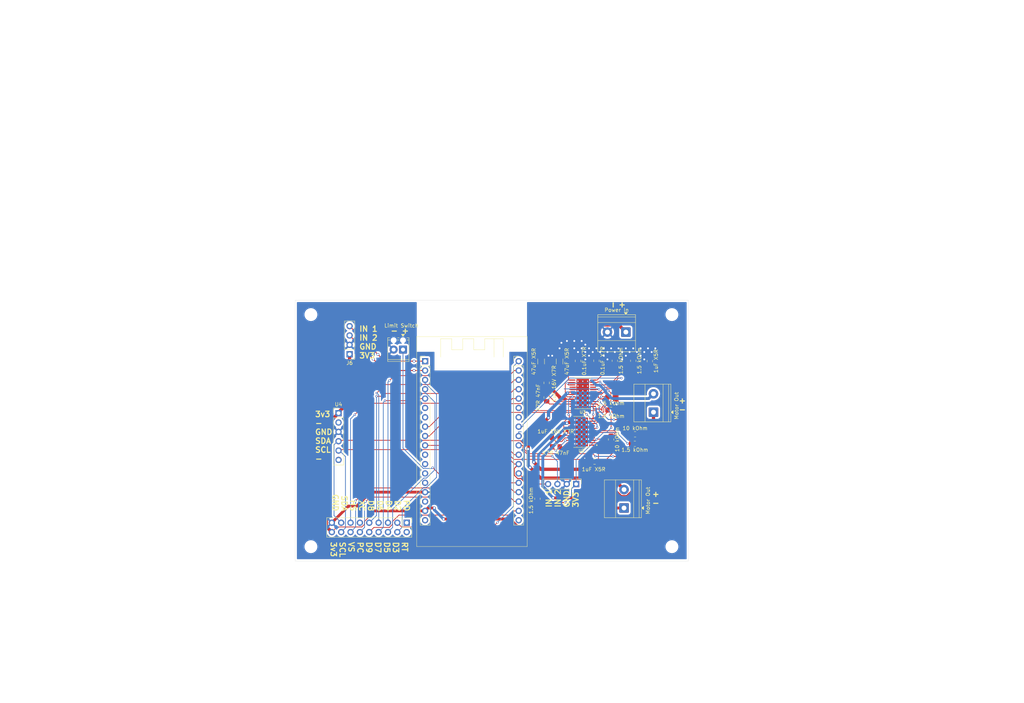
<source format=kicad_pcb>
(kicad_pcb (version 20241229) (generator "pcbnew") (generator_version "9.0")
  (layers (0 "F.Cu" signal) (2 "B.Cu" signal) (13 "F.Paste" user) (15 "B.Paste" user) (5 "F.SilkS" user "F.Silkscreen") (7 "B.SilkS" user "B.Silkscreen") (1 "F.Mask" user) (3 "B.Mask" user) (25 "Edge.Cuts" user))
  (net 0 "")
  (net 1 "Net-(U2-CPL)")
  (net 2 "Net-(U2-CPH)")
  (net 3 "Net-(U2-DVDD)")
  (net 4 "GND")
  (net 5 "Net-(J1-Pin_1)")
  (net 6 "Net-(U2-VCP)")
  (net 7 "Net-(U3-DVDD)")
  (net 8 "Net-(U3-CPL)")
  (net 9 "Net-(U3-CPH)")
  (net 10 "Net-(U3-VCP)")
  (net 11 "Net-(J2-Pin_2)")
  (net 12 "Net-(J2-Pin_1)")
  (net 13 "/HS")
  (net 14 "/D2")
  (net 15 "/PD")
  (net 16 "/SCL")
  (net 17 "/D9")
  (net 18 "/VS")
  (net 19 "/D4")
  (net 20 "/SDA")
  (net 21 "/D7")
  (net 22 "+3V3")
  (net 23 "/RT")
  (net 24 "/D5")
  (net 25 "/PC")
  (net 26 "/D6")
  (net 27 "/XC")
  (net 28 "/D8")
  (net 29 "/D3")
  (net 30 "Net-(J4-Pin_2)")
  (net 31 "Net-(J4-Pin_1)")
  (net 32 "Net-(J5-Pin_1)")
  (net 33 "Net-(J7-Pin_4)")
  (net 34 "Net-(J7-Pin_3)")
  (net 35 "Net-(J6-Pin_3)")
  (net 36 "Net-(J6-Pin_4)")
  (net 37 "Net-(U2-IPROPI1)")
  (net 38 "Net-(U2-IPROPI2)")
  (net 39 "Net-(U2-~{FAULT})")
  (net 40 "Net-(U3-IPROPI1)")
  (net 41 "Net-(U3-IPROPI2)")
  (net 42 "Net-(U3-~{FAULT})")
  (net 45 "Net-(U1-IO13)")
  (net 46 "Net-(U1-SCK{slash}IO18)")
  (net 47 "Net-(U1-IO5)")
  (net 52 "Net-(U1-IO2)")
  (net 55 "Net-(U1-MOSI{slash}IO23)")
  (footprint "Capacitor_SMD:C_0805_2012Metric_Pad1.18x1.45mm_HandSolder" (layer "F.Cu") (at 158 112.5375 -90)
    (property "Reference" "C8" (hide yes))
    (property "Value" "1uF 16V X7R")
  )
  (footprint "Resistor_SMD:R_0805_2012Metric_Pad1.20x1.40mm_HandSolder" (layer "F.Cu") (at 175.5 119.9)
    (property "Reference" "R1" (hide yes))
    (property "Value" "1.5 kOhm")
  )
  (footprint "Resistor_SMD:R_0805_2012Metric_Pad1.20x1.40mm_HandSolder" (layer "F.Cu") (at 175.5 116.4)
    (property "Reference" "R2" (hide yes))
    (property "Value" "1.5 kOhm")
  )
  (footprint "Capacitor_SMD:C_0805_2012Metric_Pad1.18x1.45mm_HandSolder" (layer "F.Cu") (at 160.4625 127.4 180)
    (property "Reference" "C3" (hide yes))
    (property "Value" "1uF 16V X7R")
  )
  (footprint "MountingHole:MountingHole_3mm" (layer "F.Cu") (at 192 94)
    (property "Reference" "H1" (hide yes))
    (property "Value" "MountingHole" (hide yes))
  )
  (footprint "Connector_PinHeader_2.54mm:PinHeader_1x06_P2.54mm_Vertical" (layer "F.Cu") (at 101.5 120.75)
    (property "Reference" "U4")
    (property "Value" "BNO055_IMU")
  )
  (footprint "Resistor_SMD:R_0805_2012Metric_Pad1.20x1.40mm_HandSolder" (layer "F.Cu") (at 182 126.5 180)
    (property "Reference" "R6" (hide yes))
    (property "Value" "10 kOhm")
  )
  (footprint "TerminalBlock_Phoenix:TerminalBlock_Phoenix_MKDS-1,5-2_1x02_P5.00mm_Horizontal" (layer "F.Cu") (at 187 120.5 90)
    (property "Reference" "J4" (hide yes))
    (property "Value" "Motor Out")
  )
  (footprint "Capacitor_SMD:C_0805_2012Metric_Pad1.18x1.45mm_HandSolder" (layer "F.Cu") (at 171.5 106.5375 90)
    (property "Reference" "C10" (hide yes))
    (property "Value" "0.1uF X7R")
  )
  (footprint "Capacitor_SMD:C_0805_2012Metric_Pad1.18x1.45mm_HandSolder" (layer "F.Cu") (at 166.5 106.575 90)
    (property "Reference" "C4" (hide yes))
    (property "Value" "0.1uF X7R")
  )
  (footprint "TerminalBlock_Phoenix:TerminalBlock_Phoenix_MKDS-1,5-2_1x02_P5.00mm_Horizontal" (layer "F.Cu") (at 179 146.5 90)
    (property "Reference" "J2" (hide yes))
    (property "Value" "Motor Out")
  )
  (footprint "Capacitor_SMD:C_1206_3216Metric_Pad1.33x1.80mm_HandSolder" (layer "F.Cu") (at 161.5 106.725 90)
    (property "Reference" "C9" (hide yes))
    (property "Value" "47uF X5R")
  )
  (footprint "Capacitor_SMD:C_0805_2012Metric_Pad1.18x1.45mm_HandSolder" (layer "F.Cu") (at 158 116.5 -90)
    (property "Reference" "C7" (hide yes))
    (property "Value" "X7R 47nF")
  )
  (footprint "Resistor_SMD:R_0805_2012Metric_Pad1.20x1.40mm_HandSolder" (layer "F.Cu") (at 175.5 127.9 90)
    (property "Reference" "R3" (hide yes))
    (property "Value" "10 kOhm")
  )
  (footprint "MountingHole:MountingHole_3mm" (layer "F.Cu") (at 94 157)
    (property "Reference" "H4" (hide yes))
    (property "Value" "MountingHole" (hide yes))
  )
  (footprint "Resistor_SMD:R_0805_2012Metric_Pad1.20x1.40mm_HandSolder" (layer "F.Cu") (at 181.9325 129.07)
    (property "Reference" "R7" (hide yes))
    (property "Value" "1.5 kOhm")
  )
  (footprint "Connector_PinHeader_2.54mm:PinHeader_2x09_P2.54mm_Vertical" (layer "F.Cu") (at 120 150.5 -90)
    (property "Reference" "J3" (hide yes))
    (property "Value" "Conn_02x09_OV5640Camera" (hide yes))
  )
  (footprint "Resistor_SMD:R_0805_2012Metric_Pad1.20x1.40mm_HandSolder" (layer "F.Cu") (at 176.5 106.5375 90)
    (property "Reference" "R5" (hide yes))
    (property "Value" "1.5 kOhm")
  )
  (footprint "Resistor_SMD:R_0805_2012Metric_Pad1.20x1.40mm_HandSolder" (layer "F.Cu") (at 181.5 106.5375 90)
    (property "Reference" "R4" (hide yes))
    (property "Value" "1.5 kOhm")
  )
  (footprint "TerminalBlock_Phoenix:TerminalBlock_Phoenix_MKDS-1,5-2_1x02_P5.00mm_Horizontal" (layer "F.Cu") (at 179.5 98.75 180)
    (property "Reference" "J1" (hide yes))
    (property "Value" "Power In")
  )
  (footprint "Capacitor_SMD:C_0805_2012Metric_Pad1.18x1.45mm_HandSolder" (layer "F.Cu") (at 186 106.625 90)
    (property "Reference" "C6" (hide yes))
    (property "Value" "1uF X5R")
  )
  (footprint "MountingHole:MountingHole_3mm" (layer "F.Cu") (at 94 94)
    (property "Reference" "H3" (hide yes))
    (property "Value" "MountingHole" (hide yes))
  )
  (footprint "MountingHole:MountingHole_3mm" (layer "F.Cu") (at 192 157)
    (property "Reference" "H2" (hide yes))
    (property "Value" "MountingHole" (hide yes))
  )
  (footprint "Capacitor_SMD:C_1206_3216Metric_Pad1.33x1.80mm_HandSolder" (layer "F.Cu") (at 156.5 106.725 90)
    (property "Reference" "C5" (hide yes))
    (property "Value" "47uF X5R")
  )
  (footprint "My_Footprint:IC_DRV8873SPWPRQ1" (layer "F.Cu") (at 167.5 125.85 180)
    (property "Reference" "U2")
    (property "Value" "DRV8873HPWPRQ1" (hide yes))
  )
  (footprint "My_Footprint:IC_DRV8873SPWPRQ1" (layer "F.Cu") (at 167.8 115.35 180)
    (property "Reference" "U3")
    (property "Value" "DRV8873HPWPRQ1" (hide yes))
  )
  (footprint "Connector_PinHeader_2.54mm:PinHeader_1x04_P2.54mm_Vertical" (layer "F.Cu") (at 104.5 104.75 180)
    (property "Reference" "J6")
    (property "Value" "Pan_Encoder" (hide yes))
  )
  (footprint "Resistor_SMD:R_0805_2012Metric_Pad1.20x1.40mm_HandSolder" (layer "F.Cu") (at 155.5 144 90)
    (property "Reference" "R8" (hide yes))
    (property "Value" "1.5 kOhm")
  )
  (footprint "TerminalBlock_Phoenix:TerminalBlock_Phoenix_MPT-0,5-2-2.54_1x02_P2.54mm_Horizontal" (layer "F.Cu") (at 119 103.5 180)
    (property "Reference" "J5" (hide yes))
    (property "Value" "Limit Switch")
  )
  (footprint "Capacitor_SMD:C_0805_2012Metric_Pad1.18x1.45mm_HandSolder" (layer "F.Cu") (at 171 133.9 180)
    (property "Reference" "C2" (hide yes))
    (property "Value" "1uF X5R")
  )
  (footprint "Connector_PinHeader_2.54mm:PinHeader_1x04_P2.54mm_Vertical" (layer "F.Cu") (at 166 140 -90)
    (property "Reference" "J7" (hide yes))
    (property "Value" "Tilt_Encoder" (hide yes))
  )
  (footprint "Capacitor_SMD:C_0805_2012Metric_Pad1.18x1.45mm_HandSolder" (layer "F.Cu") (at 160.5 129.9)
    (property "Reference" "C1" (hide yes))
    (property "Value" "X7R 47nF")
  )
  (footprint "footprints:FireBeetle-ESP32" (layer "F.Cu") (at 137.7 126.96)
    (property "Reference" "U1" (hide yes))
    (property "Value" "~" (hide yes))
  )
  (gr_rect (start 89.7 90.1) (end 196.5 160.9) (stroke (width 0.05)) (fill no) (layer "Edge.Cuts"))
  (gr_text "+\n-" (at 193.7 120.625 0) (layer "F.SilkS") (effects (font (size 1.5 1.5) (thickness 0.3) (bold yes)) (justify left bottom)))
  (gr_text "+\n-" (at 186.5 146 0) (layer "F.SilkS") (effects (font (size 1.5 1.5) (thickness 0.3) (bold yes)) (justify left bottom)))
  (gr_text "IN 1\nIN 2\nGND\n3V3" (at 166.75 146.5 90) (layer "F.SilkS") (effects (font (size 1.5 1.5) (thickness 0.3) (bold yes)) (justify left bottom)))
  (gr_text "PD\nD2\nD4\nD6\nD8\nXC\nHS\nSDA\nGND" (at 99.76 147.54 270) (layer "F.SilkS") (effects (font (size 1.5 1.5) (thickness 0.3) (bold yes)) (justify right bottom)))
  (gr_text "3v3\n-\nGND\nSDA\nSCL\n-" (at 95 134 0) (layer "F.SilkS") (effects (font (size 1.5 1.5) (thickness 0.3) (bold yes)) (justify left bottom)))
  (gr_text "- +" (at 115.5 99.25 0) (layer "F.SilkS") (effects (font (size 1.5 1.5) (thickness 0.3) (bold yes)) (justify left bottom)))
  (gr_text "-\n+" (at 179.25 92.5 90) (layer "F.SilkS") (effects (font (size 1.5 1.5) (thickness 0.3) (bold yes)) (justify left bottom)))
  (gr_text "IN 1\nIN 2\nGND\n3V3" (at 107 106 0) (layer "F.SilkS") (effects (font (size 1.5 1.5) (thickness 0.3) (bold yes)) (justify left bottom)))
  (gr_text "RT\nD3\nD5\nD7\nD9\nPC\nVS\nSCL\n3v3" (at 99.26 155.54 270) (layer "F.SilkS") (effects (font (size 1.5 1.5) (thickness 0.3) (bold yes)) (justify left bottom)))
  (segment (start 162.473 129.9) (end 161.538 129.9) (width 0.2) (layer "F.Cu") (net 1))
  (segment (start 161.5375 129.9) (end 161.538 129.9) (width 0.2) (layer "F.Cu") (net 1))
  (segment (start 164.7 128.775) (end 163.598 128.775) (width 0.2) (layer "F.Cu") (net 1))
  (segment (start 163.598 128.775) (end 162.473 129.9) (width 0.2) (layer "F.Cu") (net 1))
  (segment (start 163.598 128.125) (end 163.541 128.183) (width 0.2) (layer "F.Cu") (net 2))
  (segment (start 159.8065 130.2445) (end 160.465 130.903) (width 0.2) (layer "F.Cu") (net 2))
  (segment (start 159.8065 130.2445) (end 159.4625 129.9005) (width 0.2) (layer "F.Cu") (net 2))
  (segment (start 159.4625 129.9005) (end 159.4625 129.9) (width 0.2) (layer "F.Cu") (net 2))
  (segment (start 164.7 128.125) (end 163.598 128.125) (width 0.2) (layer "F.Cu") (net 2))
  (segment (start 160.465 130.903) (end 160.494 130.903) (width 0.2) (layer "F.Cu") (net 2))
  (segment (start 159.462 129.9) (end 159.8065 130.2445) (width 0.2) (layer "F.Cu") (net 2))
  (segment (start 163.541 128.183) (end 163.126 128.183) (width 0.2) (layer "F.Cu") (net 2))
  (via (at 160.494 130.903) (size 0.6) (drill 0.3) (layers "F.Cu" "B.Cu") (net 2))
  (via (at 163.126 128.183) (size 0.6) (drill 0.3) (layers "F.Cu" "B.Cu") (net 2))
  (segment (start 163.126 128.271) (end 163.126 128.183) (width 0.2) (layer "B.Cu") (net 2))
  (segment (start 160.494 130.903) (end 163.126 128.271) (width 0.2) (layer "B.Cu") (net 2))
  (segment (start 171.402 129.425) (end 170.3 129.425) (width 0.2) (layer "F.Cu") (net 3))
  (segment (start 172.038 130.061) (end 171.402 129.425) (width 0.2) (layer "F.Cu") (net 3))
  (segment (start 172.038 133.9) (end 172.038 130.061) (width 0.2) (layer "F.Cu") (net 3))
  (segment (start 170.3 126.825) (end 170.3 126.175) (width 0.2) (layer "F.Cu") (net 3))
  (segment (start 171.594 125.983) (end 176.215 125.983) (width 0.2) (layer "F.Cu") (net 3))
  (segment (start 176.215 125.983) (end 176.512 126.28) (width 0.2) (layer "F.Cu") (net 3))
  (segment (start 175.951 130.061) (end 172.038 130.061) (width 0.2) (layer "F.Cu") (net 3))
  (segment (start 172.0375 133.9) (end 172.038 133.9) (width 0.2) (layer "F.Cu") (net 3))
  (segment (start 170.3 126.175) (end 171.402 126.175) (width 0.2) (layer "F.Cu") (net 3))
  (segment (start 176.512 126.28) (end 176.512 129.5) (width 0.2) (layer "F.Cu") (net 3))
  (segment (start 176.512 129.5) (end 175.951 130.061) (width 0.2) (layer "F.Cu") (net 3))
  (segment (start 171.402 126.175) (end 171.594 125.983) (width 0.2) (layer "F.Cu") (net 3))
  (segment (start 167.5 101.162) (end 168.5 102.162) (width 0.889) (layer "F.Cu") (net 4))
  (segment (start 161 105.162) (end 161.5 105.162) (width 0.2) (layer "F.Cu") (net 4))
  (segment (start 157 105.162) (end 156.5 105.162) (width 0.2) (layer "F.Cu") (net 4))
  (segment (start 166.175 114.375) (end 165 114.375) (width 0.2) (layer "F.Cu") (net 4))
  (segment (start 166.175 118.925) (end 165 118.925) (width 0.2) (layer "F.Cu") (net 4))
  (segment (start 156.5005 105.162) (end 156.5 105.1625) (width 0.2) (layer "F.Cu") (net 4))
  (segment (start 159.5 105.162) (end 160.5 105.162) (width 0.889) (layer "F.Cu") (net 4))
  (segment (start 157.5 105.162) (end 158.5 105.162) (width 0.889) (layer "F.Cu") (net 4))
  (segment (start 156.5 105.162) (end 157 105.162) (width 0.889) (layer "F.Cu") (net 4))
  (segment (start 161.5 102.162) (end 162 101.662) (width 0.889) (layer "F.Cu") (net 4))
  (segment (start 161 105.162) (end 161.5 105.162) (width 0.889) (layer "F.Cu") (net 4))
  (segment (start 176.5 116.4) (end 176.5 115.7) (width 0.889) (layer "F.Cu") (net 4))
  (segment (start 99.68 150.5) (end 104.18 146) (width 0.762) (layer "F.Cu") (net 4))
  (segment (start 158.5 105.162) (end 159.5 105.162) (width 0.889) (layer "F.Cu") (net 4))
  (segment (start 162 101.662) (end 162.5 101.162) (width 0.889) (layer "F.Cu") (net 4))
  (segment (start 161.5 105.162) (end 161.5 103.162) (width 0.889) (layer "F.Cu") (net 4))
  (segment (start 160.5 105.162) (end 161 105.162) (width 0.889) (layer "F.Cu") (net 4))
  (segment (start 160.5 105.162) (end 161 105.162) (width 0.2) (layer "F.Cu") (net 4))
  (segment (start 168.331 132.998) (end 169.061 132.998) (width 0.2) (layer "F.Cu") (net 4))
  (segment (start 166.175 113.725) (end 165 113.725) (width 0.2) (layer "F.Cu") (net 4))
  (segment (start 110.203663 142.2) (end 125 142.2) (width 0.762) (layer "F.Cu") (net 4))
  (segment (start 169.061 132.998) (end 169.962 133.9) (width 0.2) (layer "F.Cu") (net 4))
  (segment (start 168.5 102.162) (end 169.5 103.162) (width 0.889) (layer "F.Cu") (net 4))
  (segment (start 157 105.162) (end 157.5 105.162) (width 0.889) (layer "F.Cu") (net 4))
  (segment (start 162.5 101.162) (end 163.5 101.162) (width 0.889) (layer "F.Cu") (net 4))
  (segment (start 161.4995 105.162) (end 161.5 105.1625) (width 0.2) (layer "F.Cu") (net 4))
  (segment (start 165.875 124.225) (end 164.7 124.225) (width 0.2) (layer "F.Cu") (net 4))
  (segment (start 157 105.162) (end 156.5005 105.162) (width 0.2) (layer "F.Cu") (net 4))
  (segment (start 104.18 146) (end 106.403663 146) (width 0.762) (layer "F.Cu") (net 4))
  (segment (start 161.5 103.162) (end 161.5 102.162) (width 0.889) (layer "F.Cu") (net 4))
  (segment (start 106.403663 146) (end 110.203663 142.2) (width 0.762) (layer "F.Cu") (net 4))
  (segment (start 165.5 101.162) (end 167.5 101.162) (width 0.889) (layer "F.Cu") (net 4))
  (segment (start 161 105.162) (end 161.4995 105.162) (width 0.2) (layer "F.Cu") (net 4))
  (segment (start 165.875 124.875) (end 164.7 124.875) (width 0.2) (layer "F.Cu") (net 4))
  (segment (start 163.5 101.162) (end 165.5 101.162) (width 0.889) (layer "F.Cu") (net 4))
  (segment (start 165.754 129.425) (end 164.7 129.425) (width 0.2) (layer "F.Cu") (net 4))
  (segment (start 157.5 105.162) (end 157 105.162) (width 0.2) (layer "F.Cu") (net 4))
  (via (at 173.5 103.162) (size 0.762) (drill 0.508) (layers "F.Cu" "B.Cu") (net 4))
  (via (at 183.5 103.162) (size 0.762) (drill 0.508) (layers "F.Cu" "B.Cu") (net 4))
  (via (at 169.5 103.162) (size 0.762) (drill 0.508) (layers "F.Cu" "B.Cu") (net 4))
  (via (at 173.5 105.162) (size 0.762) (drill 0.508) (layers "F.Cu" "B.Cu") (net 4))
  (via (at 162 101.662) (size 0.762) (drill 0.508) (layers "F.Cu" "B.Cu") (net 4))
  (via (at 169.5 105.162) (size 0.762) (drill 0.508) (layers "F.Cu" "B.Cu") (net 4))
  (via (at 175.5 103.162) (size 0.762) (drill 0.508) (layers "F.Cu" "B.Cu") (net 4))
  (via (at 180.5 104.162) (size 0.762) (drill 0.508) (layers "F.Cu" "B.Cu") (net 4))
  (via (at 178.5 104.162) (size 0.762) (drill 0.508) (layers "F.Cu" "B.Cu") (net 4))
  (via (at 158.5 105.162) (size 0.762) (drill 0.508) (layers "F.Cu" "B.Cu") (net 4))
  (via (at 174.5 104.162) (size 0.762) (drill 0.508) (layers "F.Cu" "B.Cu") (net 4))
  (via (at 185.5 103.162) (size 0.762) (drill 0.508) (layers "F.Cu" "B.Cu") (net 4))
  (via (at 184.5 106.162) (size 0.762) (drill 0.508) (layers "F.Cu" "B.Cu") (net 4))
  (via (at 176.5 104.162) (size 0.762) (drill 0.508) (layers "F.Cu" "B.Cu") (net 4))
  (via (at 171.5 103.162) (size 0.762) (drill 0.508) (layers "F.Cu" "B.Cu") (net 4))
  (via (at 182.5 104.162) (size 0.762) (drill 0.508) (layers "F.Cu" "B.Cu") (net 4))
  (via (at 176 117.9) (size 0.762) (drill 0.508) (layers "F.Cu" "B.Cu") (net 4))
  (via (at 159.5 105.162) (size 0.762) (drill 0.508) (layers "F.Cu" "B.Cu") (net 4))
  (via (at 166.5 104.162) (size 0.762) (drill 0.508) (layers "F.Cu" "B.Cu") (net 4))
  (via (at 165.5 103.162) (size 0.762) (drill 0.508) (layers "F.Cu" "B.Cu") (net 4))
  (via (at 163.5 101.162) (size 0.762) (drill 0.508) (layers "F.Cu" "B.Cu") (net 4))
  (via (at 186.5 104.162) (size 0.762) (drill 0.508) (layers "F.Cu" "B.Cu") (net 4))
  (via (at 165.5 101.162) (size 0.762) (drill 0.508) (layers "F.Cu" "B.Cu") (net 4))
  (via (at 167.5 101.162) (size 0.762) (drill 0.508) (layers "F.Cu" "B.Cu") (net 4))
  (via (at 168.331 132.998) (size 0.6) (drill 0.3) (layers "F.Cu" "B.Cu") (net 4))
  (via (at 167.5 103.162) (size 0.762) (drill 0.508) (layers "F.Cu" "B.Cu") (net 4))
  (via (at 161.5 103.162) (size 0.762) (drill 0.508) (layers "F.Cu" "B.Cu") (net 4))
  (via (at 174.5 106.162) (size 0.762) (drill 0.508) (layers "F.Cu" "B.Cu") (net 4))
  (via (at 168.5 106.162) (size 0.762) (drill 0.508) (layers "F.Cu" "B.Cu") (net 4))
  (via (at 172.5 104.162) (size 0.762) (drill 0.508) (layers "F.Cu" "B.Cu") (net 4))
  (via (at 177 118.4) (size 0.762) (drill 0.508) (layers "F.Cu" "B.Cu") (net 4))
  (via (at 178.5 106.162) (size 0.762) (drill 0.508) (layers "F.Cu" "B.Cu") (net 4))
  (via (at 181.5 103.162) (size 0.762) (drill 0.508) (layers "F.Cu" "B.Cu") (net 4))
  (via (at 179.5 103.162) (size 0.762) (drill 0.508) (layers "F.Cu" "B.Cu") (net 4))
  (via (at 179.5 105.162) (size 0.762) (drill 0.508) (layers "F.Cu" "B.Cu") (net 4))
  (via (at 168.5 102.162) (size 0.762) (drill 0.508) (layers "F.Cu" "B.Cu") (net 4))
  (via (at 170.5 104.162) (size 0.762) (drill 0.508) (layers "F.Cu" "B.Cu") (net 4))
  (via (at 168.5 104.162) (size 0.762) (drill 0.508) (layers "F.Cu" "B.Cu") (net 4))
  (via (at 183.5 105.162) (size 0.762) (drill 0.508) (layers "F.Cu" "B.Cu") (net 4))
  (via (at 184.5 104.162) (size 0.762) (drill 0.508) (layers "F.Cu" "B.Cu") (net 4))
  (via (at 187.5 103.162) (size 0.762) (drill 0.508) (layers "F.Cu" "B.Cu") (net 4))
  (via (at 177.5 103.162) (size 0.762) (drill 0.508) (layers "F.Cu" "B.Cu") (net 4))
  (segment (start 164.149 122.275) (end 163.598 122.275) (width 0.2) (layer "F.Cu") (net 5))
  (segment (start 157.0005 108.288) (end 159 108.288) (width 0.889) (layer "F.Cu") (net 5))
  (segment (start 161.5 127.4) (end 162.075 126.825) (width 0.2) (layer "F.Cu") (net 5))
  (segment (start 163.716 111.775) (end 163.054 112.437) (width 0.2) (layer "F.Cu") (net 5))
  (segment (start 158 111.5) (end 158 109.7875) (width 0.889) (layer "F.Cu") (net 5))
  (segment (start 163.054 112.437) (end 163.054 115.801) (width 0.2) (layer "F.Cu") (net 5))
  (segment (start 163 109.788) (end 161.5 108.288) (width 0.889) (layer "F.Cu") (net 5))
  (segment (start 163.898 110.686) (end 163 109.788) (width 0.2) (layer "F.Cu") (net 5))
  (segment (start 165.825 108.288) (end 166.5 107.612) (width 0.889) (layer "F.Cu") (net 5))
  (segment (start 166.5 107.6125) (end 166.5 107.612) (width 0.2) (layer "F.Cu") (net 5))
  (segment (start 156.5005 108.288) (end 156.5 108.2875) (width 0.2) (layer "F.Cu") (net 5))
  (segment (start 158 109.7875) (end 156.5 108.2875) (width 0.889) (layer "F.Cu") (net 5))
  (segment (start 163.898 111.775) (end 163.716 111.775) (width 0.2) (layer "F.Cu") (net 5))
  (segment (start 177.5545 96.8045) (end 162.522144 96.8045) (width 0.889) (layer "F.Cu") (net 5))
  (segment (start 164.149 122.275) (end 164.149 121.366) (width 0.2) (layer "F.Cu") (net 5))
  (segment (start 162.646 126.825) (end 164.7 126.825) (width 0.2) (layer "F.Cu") (net 5))
  (segment (start 156.5 108.288) (end 157.0005 108.288) (width 0.889) (layer "F.Cu") (net 5))
  (segment (start 157.0005 108.288) (end 156.5005 108.288) (width 0.2) (layer "F.Cu") (net 5))
  (segment (start 171.462 107.612) (end 171.5 107.575) (width 0.889) (layer "F.Cu") (net 5))
  (segment (start 160.25 108.288) (end 161.5 108.288) (width 0.889) (layer "F.Cu") (net 5))
  (segment (start 159 108.288) (end 160.25 108.288) (width 0.889) (layer "F.Cu") (net 5))
  (segment (start 160.25 108.288) (end 161.5 108.288) (width 0.2) (layer "F.Cu") (net 5))
  (segment (start 179.5 98.75) (end 177.5545 96.8045) (width 0.889) (layer "F.Cu") (net 5))
  (segment (start 163.598 122.275) (end 162.646 123.227) (width 0.2) (layer "F.Cu") (net 5))
  (segment (start 161.5 108.288) (end 165.825 108.288) (width 0.889) (layer "F.Cu") (net 5))
  (segment (start 162.522144 96.8045) (end 154 105.326644) (width 0.889) (layer "F.Cu") (net 5))
  (segment (start 163.898 111.775) (end 163.898 110.686) (width 0.2) (layer "F.Cu") (net 5))
  (segment (start 154 105.326644) (end 154 109) (width 0.889) (layer "F.Cu") (net 5))
  (segment (start 154 109) (end 155.788 109) (width 0.762) (layer "F.Cu") (net 5))
  (segment (start 163.054 115.801) (end 163.578 116.325) (width 0.2) (layer "F.Cu") (net 5))
  (segment (start 161.4995 108.288) (end 161.5 108.2875) (width 0.2) (layer "F.Cu") (net 5))
  (segment (start 164.149 121.366) (end 163.957 121.174) (width 0.2) (layer "F.Cu") (net 5))
  (segment (start 166.5 107.612) (end 171.462 107.612) (width 0.889) (layer "F.Cu") (net 5))
  (segment (start 164.7 122.275) (end 164.149 122.275) (width 0.2) (layer "F.Cu") (net 5))
  (segment (start 162.646 123.227) (end 162.646 126.825) (width 0.2) (layer "F.Cu") (net 5))
  (segment (start 155.788 109) (end 156.5 108.288) (width 0.762) (layer "F.Cu") (net 5))
  (segment (start 165 111.775) (end 163.898 111.775) (width 0.2) (layer "F.Cu") (net 5))
  (segment (start 162.075 126.825) (end 162.646 126.825) (width 0.2) (layer "F.Cu") (net 5))
  (segment (start 159 108.288) (end 160.25 108.288) (width 0.2) (layer "F.Cu") (net 5))
  (segment (start 160.25 108.288) (end 161.4995 108.288) (width 0.2) (layer "F.Cu") (net 5))
  (segment (start 163.578 116.325) (end 165 116.325) (width 0.2) (layer "F.Cu") (net 5))
  (via (at 163.957 121.174) (size 0.6) (drill 0.3) (layers "F.Cu" "B.Cu") (net 5))
  (via (at 165 116.325) (size 0.6) (drill 0.3) (layers "F.Cu" "B.Cu") (net 5))
  (segment (start 165 116.325) (end 164.655 116.325) (width 0.2) (layer "B.Cu") (net 5))
  (segment (start 163.957 117.023) (end 163.957 121.174) (width 0.2) (layer "B.Cu") (net 5))
  (segment (start 164.655 116.325) (end 163.957 117.023) (width 0.2) (layer "B.Cu") (net 5))
  (segment (start 162.103 128.453) (end 160.478 128.453) (width 0.2) (layer "F.Cu") (net 6))
  (segment (start 164.7 127.475) (end 162.981 127.475) (width 0.2) (layer "F.Cu") (net 6))
  (segment (start 162.402 128.054) (end 162.402 128.154) (width 0.2) (layer "F.Cu") (net 6))
  (segment (start 160.478 128.453) (end 159.425 127.4) (width 0.2) (layer "F.Cu") (net 6))
  (segment (start 162.402 128.154) (end 162.103 128.453) (width 0.2) (layer "F.Cu") (net 6))
  (segment (start 162.981 127.475) (end 162.402 128.054) (width 0.2) (layer "F.Cu") (net 6))
  (segment (start 175.434 114.108) (end 176.543 113) (width 0.2) (layer "F.Cu") (net 7))
  (segment (start 170.6 116.325) (end 170.6 115.675) (width 0.2) (layer "F.Cu") (net 7))
  (segment (start 172 115.654) (end 172 116.362) (width 0.254) (layer "F.Cu") (net 7))
  (segment (start 173.5 117.604278) (end 173.5 116.684) (width 0.254) (layer "F.Cu") (net 7))
  (segment (start 176.543 113) (end 180.663 113) (width 0.2) (layer "F.Cu") (net 7))
  (segment (start 173 120) (end 172.629 119.629) (width 0.254) (layer "F.Cu") (net 7))
  (segment (start 174.104278 117.604278) (end 174.354278 117.854278) (width 0.254) (layer "F.Cu") (net 7))
  (segment (start 170.6 115.675) (end 171.702 115.675) (width 0.2) (layer "F.Cu") (net 7))
  (segment (start 170.9 119.629) (end 170.6 119.329) (width 0.254) (layer "F.Cu") (net 7))
  (segment (start 171.723 115.654) (end 172 115.654) (width 0.2) (layer "F.Cu") (net 7))
  (segment (start 171.702 115.675) (end 171.723 115.654) (width 0.2) (layer "F.Cu") (net 7))
  (segment (start 180.663 113) (end 185.9998 107.6623) (width 0.2) (layer "F.Cu") (net 7))
  (segment (start 173.5 116.684) (end 173.3 116.884) (width 0.254) (layer "F.Cu") (net 7))
  (segment (start 172.629 119.629) (end 170.9 119.629) (width 0.254) (layer "F.Cu") (net 7))
  (segment (start 173 119.208557) (end 173 120) (width 0.254) (layer "F.Cu") (net 7))
  (segment (start 172 115.654) (end 172.907 115.654) (width 0.2) (layer "F.Cu") (net 7))
  (segment (start 172.522 116.884) (end 172 116.362) (width 0.254) (layer "F.Cu") (net 7))
  (segment (start 172.907 115.654) (end 174.452 114.108) (width 0.2) (layer "F.Cu") (net 7))
  (segment (start 186 107.6625) (end 185.9998 107.6623) (width 0.2) (layer "F.Cu") (net 7))
  (segment (start 174.452 114.108) (end 175.434 114.108) (width 0.2) (layer "F.Cu") (net 7))
  (segment (start 170.6 119.329) (end 170.6 118.925) (width 0.254) (layer "F.Cu") (net 7))
  (segment (start 170.6 116.325) (end 171.963 116.325) (width 0.2) (layer "F.Cu") (net 7))
  (segment (start 173.3 116.884) (end 172.522 116.884) (width 0.254) (layer "F.Cu") (net 7))
  (segment (start 174.354278 117.854278) (end 173 119.208557) (width 0.254) (layer "F.Cu") (net 7))
  (segment (start 173.5 117.604278) (end 174.104278 117.604278) (width 0.254) (layer "F.Cu") (net 7))
  (segment (start 158 117.5375) (end 158 117.538) (width 0.2) (layer "F.Cu") (net 8))
  (segment (start 165 118.275) (end 158.738 118.275) (width 0.2) (layer "F.Cu") (net 8))
  (segment (start 158.738 118.275) (end 158 117.538) (width 0.2) (layer "F.Cu") (net 8))
  (segment (start 158.3443 115.8065) (end 158 115.462) (width 0.2) (layer "F.Cu") (net 9))
  (segment (start 165 117.625) (end 160.162 117.625) (width 0.2) (layer "F.Cu") (net 9))
  (segment (start 160.162 117.625) (end 158.3443 115.8065) (width 0.2) (layer "F.Cu") (net 9))
  (segment (start 158.0003 115.4625) (end 158.3443 115.8065) (width 0.2) (layer "F.Cu") (net 9))
  (segment (start 158 115.4625) (end 158.0003 115.4625) (width 0.2) (layer "F.Cu") (net 9))
  (segment (start 163.0955 116.975) (end 163 116.8795) (width 0.254) (layer "F.Cu") (net 10))
  (segment (start 158.725 113.575) (end 161.5 116.35) (width 0.889) (layer "F.Cu") (net 10))
  (segment (start 158 113.575) (end 158.725 113.575) (width 0.889) (layer "F.Cu") (net 10))
  (segment (start 161.5 116.475) (end 161.9045 116.8795) (width 0.889) (layer "F.Cu") (net 10))
  (segment (start 165 116.975) (end 163.0955 116.975) (width 0.254) (layer "F.Cu") (net 10))
  (segment (start 161.5 116.35) (end 161.5 116.475) (width 0.889) (layer "F.Cu") (net 10))
  (segment (start 161.9045 116.8795) (end 163 116.8795) (width 0.889) (layer "F.Cu") (net 10))
  (segment (start 179 141.5) (end 173.5 136) (width 0.889) (layer "F.Cu") (net 11))
  (segment (start 173.5 136) (end 156.444 136) (width 0.889) (layer "F.Cu") (net 11))
  (segment (start 156.444 136) (end 154.5 134.056) (width 0.889) (layer "F.Cu") (net 11))
  (via (at 154.5 134.056) (size 0.762) (drill 0.508) (layers "F.Cu" "B.Cu") (net 11))
  (via (at 163.5 123.5) (size 0.762) (drill 0.508) (layers "F.Cu" "B.Cu") (net 11))
  (segment (start 162.5 123.5) (end 163.5 123.5) (width 0.889) (layer "B.Cu") (net 11))
  (segment (start 154.5 134.056) (end 154.5 131.5) (width 0.889) (layer "B.Cu") (net 11))
  (segment (start 154.5 131.5) (end 162.5 123.5) (width 0.889) (layer "B.Cu") (net 11))
  (segment (start 159.75 143.75) (end 166.736 143.75) (width 0.762) (layer "F.Cu") (net 12))
  (segment (start 163.5 126) (end 163.5 125.623) (width 0.762) (layer "F.Cu") (net 12))
  (segment (start 163.327 126.194) (end 163.327 126.144) (width 0.2) (layer "F.Cu") (net 12))
  (segment (start 163.346 126.175) (end 163.327 126.194) (width 0.2) (layer "F.Cu") (net 12))
  (segment (start 163.356 126.144) (end 163.5 126) (width 0.762) (layer "F.Cu") (net 12))
  (segment (start 169.486 146.5) (end 179 146.5) (width 0.762) (layer "F.Cu") (net 12))
  (segment (start 163.327 126.144) (end 163.356 126.144) (width 0.762) (layer "F.Cu") (net 12))
  (segment (start 164.7 125.525) (end 163.598 125.525) (width 0.2) (layer "F.Cu") (net 12))
  (segment (start 166.736 143.75) (end 169.486 146.5) (width 0.762) (layer "F.Cu") (net 12))
  (segment (start 164.7 126.175) (end 163.346 126.175) (width 0.2) (layer "F.Cu") (net 12))
  (segment (start 163.5 125.623) (end 163.598 125.525) (width 0.762) (layer "F.Cu") (net 12))
  (via (at 163.327 126.144) (size 0.762) (drill 0.508) (layers "F.Cu" "B.Cu") (net 12))
  (via (at 159.75 143.75) (size 0.762) (drill 0.508) (layers "F.Cu" "B.Cu") (net 12))
  (segment (start 163.327 126.194) (end 163.327 126.144) (width 0.2) (layer "B.Cu") (net 12))
  (segment (start 159.75 143.75) (end 158.362 142.362) (width 0.762) (layer "B.Cu") (net 12))
  (segment (start 158.362 142.007) (end 156.948 140.593) (width 0.762) (layer "B.Cu") (net 12))
  (segment (start 163.298 126.223) (end 163.327 126.194) (width 0.2) (layer "B.Cu") (net 12))
  (segment (start 158.362 142.362) (end 158.362 142.007) (width 0.762) (layer "B.Cu") (net 12))
  (segment (start 156.948 132.573) (end 163.298 126.223) (width 0.762) (layer "B.Cu") (net 12))
  (segment (start 156.948 140.593) (end 156.948 132.573) (width 0.762) (layer "B.Cu") (net 12))
  (segment (start 150.4 116.8) (end 148.68 116.8) (width 0.2) (layer "F.Cu") (net 13))
  (segment (start 148.68 116.8) (end 147.41 118.07) (width 0.2) (layer "F.Cu") (net 13))
  (segment (start 147.41 118.07) (end 109.014 118.07) (width 0.2) (layer "F.Cu") (net 13))
  (segment (start 109.014 118.07) (end 105.937 121.147) (width 0.2) (layer "F.Cu") (net 13))
  (via (at 105.937 121.147) (size 0.6) (drill 0.3) (layers "F.Cu" "B.Cu") (net 13))
  (segment (start 104.76 150.5) (end 104.76 122.324) (width 0.2) (layer "B.Cu") (net 13))
  (segment (start 104.76 122.324) (end 105.937 121.147) (width 0.2) (layer "B.Cu") (net 13))
  (segment (start 143.4 151.662) (end 144.655 150.407) (width 0.2) (layer "F.Cu") (net 14))
  (segment (start 118.622 151.662) (end 143.4 151.662) (width 0.2) (layer "F.Cu") (net 14))
  (segment (start 117.46 150.5) (end 118.622 151.662) (width 0.2) (layer "F.Cu") (net 14))
  (via (at 144.655 150.407) (size 0.6) (drill 0.3) (layers "F.Cu" "B.Cu") (net 14))
  (segment (start 144.655 150.407) (end 149.01 146.052) (width 0.2) (layer "B.Cu") (net 14))
  (segment (start 149.01 146.052) (end 149.01 108.03) (width 0.2) (layer "B.Cu") (net 14))
  (segment (start 149.01 108.03) (end 150.4 106.64) (width 0.2) (layer "B.Cu") (net 14))
  (segment (start 150.4 134.58) (end 149.248 134.58) (width 0.2) (layer "F.Cu") (net 16))
  (segment (start 149.222 137.607944) (end 149.222 135.758) (width 0.254) (layer "F.Cu") (net 16))
  (segment (start 150.982 138.482) (end 150.096056 138.482) (width 0.254) (layer "F.Cu") (net 16))
  (segment (start 155.5 143) (end 150.982 138.482) (width 0.254) (layer "F.Cu") (net 16))
  (segment (start 149.222 135.758) (end 150.4 134.58) (width 0.254) (layer "F.Cu") (net 16))
  (segment (start 150.096056 138.482) (end 149.222 137.607944) (width 0.254) (layer "F.Cu") (net 16))
  (segment (start 145.328 130.66) (end 101.5 130.66) (width 0.2) (layer "F.Cu") (net 16))
  (segment (start 149.248 134.58) (end 145.328 130.66) (width 0.2) (layer "F.Cu") (net 16))
  (segment (start 103.375 151.885) (end 103.375 132.535) (width 0.2) (layer "B.Cu") (net 16))
  (segment (start 103.375 132.535) (end 101.5 130.66) (width 0.2) (layer "B.Cu") (net 16))
  (segment (start 102.22 153.04) (end 103.375 151.885) (width 0.2) (layer "B.Cu") (net 16))
  (segment (start 116.19 150.13) (end 117.889 148.432) (width 0.2) (layer "F.Cu") (net 17))
  (segment (start 116.19 150.89) (end 116.19 150.13) (width 0.2) (layer "F.Cu") (net 17))
  (segment (start 117.889 148.432) (end 148.097 148.432) (width 0.2) (layer "F.Cu") (net 17))
  (segment (start 115.31 151.77) (end 116.19 150.89) (width 0.2) (layer "F.Cu") (net 17))
  (segment (start 109.84 153.04) (end 111.11 151.77) (width 0.2) (layer "F.Cu") (net 17))
  (segment (start 149.248 147.28) (end 150.4 147.28) (width 0.2) (layer "F.Cu") (net 17))
  (segment (start 111.11 151.77) (end 115.31 151.77) (width 0.2) (layer "F.Cu") (net 17))
  (segment (start 148.097 148.432) (end 149.248 147.28) (width 0.2) (layer "F.Cu") (net 17))
  (segment (start 148.096 141.048) (end 109.65 141.048) (width 0.2) (layer "F.Cu") (net 18))
  (segment (start 109.65 141.048) (end 106.143 144.555) (width 0.2) (layer "F.Cu") (net 18))
  (segment (start 149.248 142.2) (end 148.096 141.048) (width 0.2) (layer "F.Cu") (net 18))
  (segment (start 150.4 142.2) (end 149.248 142.2) (width 0.2) (layer "F.Cu") (net 18))
  (via (at 106.143 144.555) (size 0.6) (drill 0.3) (layers "F.Cu" "B.Cu") (net 18))
  (segment (start 106.143 144.555) (end 106.143 151.657) (width 0.2) (layer "B.Cu") (net 18))
  (segment (start 106.143 151.657) (end 104.76 153.04) (width 0.2) (layer "B.Cu") (net 18))
  (segment (start 149.248 109.18) (end 150.4 109.18) (width 0.2) (layer "F.Cu") (net 19))
  (segment (start 116.669 110.559) (end 147.87 110.559) (width 0.2) (layer "F.Cu") (net 19))
  (segment (start 147.87 110.559) (end 149.248 109.18) (width 0.2) (layer "F.Cu") (net 19))
  (segment (start 115.33 111.898) (end 116.669 110.559) (width 0.2) (layer "F.Cu") (net 19))
  (via (at 115.33 111.898) (size 0.6) (drill 0.3) (layers "F.Cu" "B.Cu") (net 19))
  (segment (start 114.92 150.5) (end 114.92 112.308) (width 0.2) (layer "B.Cu") (net 19))
  (segment (start 114.92 112.308) (end 115.33 111.898) (width 0.2) (layer "B.Cu") (net 19))
  (segment (start 179.5025 132.5) (end 176 132.5) (width 0.254) (layer "F.Cu") (net 20))
  (segment (start 151.9819 129.336) (end 151.9819 130.5779) (width 0.2) (layer "F.Cu") (net 20))
  (segment (start 151.9819 130.5779) (end 153.1653 131.7613) (width 0.2) (layer "F.Cu") (net 20))
  (segment (start 149.248 132.04) (end 145.438 128.23) (width 0.2) (layer "F.Cu") (net 20))
  (segment (start 170.5192 131.7613) (end 171.1709 132.413) (width 0.2) (layer "F.Cu") (net 20))
  (segment (start 145.438 128.23) (end 145.328 128.12) (width 0.2) (layer "F.Cu") (net 20))
  (segment (start 145.328 128.12) (end 101.5 128.12) (width 0.2) (layer "F.Cu") (net 20))
  (segment (start 153.1653 131.7613) (end 170.5192 131.7613) (width 0.2) (layer "F.Cu") (net 20))
  (segment (start 150.8759 128.23) (end 151.9819 129.336) (width 0.2) (layer "F.Cu") (net 20))
  (segment (start 150.4 132.04) (end 149.248 132.04) (width 0.2) (layer "F.Cu") (net 20))
  (segment (start 145.438 128.23) (end 150.8759 128.23) (width 0.2) (layer "F.Cu") (net 20))
  (segment (start 182.9325 129.07) (end 179.5025 132.5) (width 0.254) (layer "F.Cu") (net 20))
  (via (at 171.1709 132.413) (size 0.6) (drill 0.3) (layers "F.Cu" "B.Cu") (net 20))
  (via (at 176 132.5) (size 0.6) (drill 0.3) (layers "F.Cu" "B.Cu") (net 20))
  (segment (start 171.2579 132.5) (end 171.1709 132.413) (width 0.254) (layer "B.Cu") (net 20))
  (segment (start 176 132.5) (end 171.2579 132.5) (width 0.254) (layer "B.Cu") (net 20))
  (segment (start 100.284 129.336) (end 101.5 128.12) (width 0.2) (layer "B.Cu") (net 20))
  (segment (start 100.284 148.564) (end 100.284 129.336) (width 0.2) (layer "B.Cu") (net 20))
  (segment (start 102.22 150.5) (end 100.284 148.564) (width 0.2) (layer "B.Cu") (net 20))
  (segment (start 125 116.8) (end 123.848 116.8) (width 0.2) (layer "F.Cu") (net 21))
  (segment (start 123.848 116.8) (end 123.284 117.364) (width 0.2) (layer "F.Cu") (net 21))
  (segment (start 123.284 117.364) (end 114.102 117.364) (width 0.2) (layer "F.Cu") (net 21))
  (via (at 114.102 117.364) (size 0.6) (drill 0.3) (layers "F.Cu" "B.Cu") (net 21))
  (segment (start 112.38 153.04) (end 113.65 151.77) (width 0.2) (layer "B.Cu") (net 21))
  (segment (start 113.65 151.77) (end 113.65 117.816) (width 0.2) (layer "B.Cu") (net 21))
  (segment (start 113.65 117.816) (end 114.102 117.364) (width 0.2) (layer "B.Cu") (net 21))
  (segment (start 98.1845 124.0655) (end 98.1845 151.5445) (width 0.889) (layer "F.Cu") (net 22))
  (segment (start 127.5 146.5) (end 125.78 146.5) (width 0.762) (layer "F.Cu") (net 22))
  (segment (start 125 147.28) (end 111.416 147.28) (width 0.762) (layer "F.Cu") (net 22))
  (segment (start 101.5 120.75) (end 98.1845 124.0655) (width 0.889) (layer "F.Cu") (net 22))
  (segment (start 150.054846 151.5) (end 152.141094 151.5) (width 0.762) (layer "F.Cu") (net 22))
  (segment (start 104.5 117.5) (end 101.5 120.5) (width 0.889) (layer "F.Cu") (net 22))
  (segment (start 175.25 121.25) (end 175.5 121.5) (width 0.2) (layer "F.Cu") (net 22))
  (segment (start 101.068 151.652) (end 107.821 151.652) (width 0.2) (layer "F.Cu") (net 22))
  (segment (start 130 149.5) (end 148.054846 149.5) (width 0.762) (layer "F.Cu") (net 22))
  (segment (start 181 129.0025) (end 180.9325 129.07) (width 0.254) (layer "F.Cu") (net 22))
  (segment (start 152.141094 151.5) (end 157.2303 146.410794) (width 0.762) (layer "F.Cu") (net 22))
  (segment (start 157.2303 146.410794) (end 157.2303 145.845806) (width 0.762) (layer "F.Cu") (net 22))
  (segment (start 170.3 128.125) (end 171.402 128.125) (width 0.2) (layer "F.Cu") (net 22))
  (segment (start 104.5 104.75) (end 104.5 117.5) (width 0.889) (layer "F.Cu") (net 22))
  (segment (start 175.5 121.5) (end 175.5 124.75) (width 0.2) (layer "F.Cu") (net 22))
  (segment (start 181 126.5) (end 181 129.0025) (width 0.254) (layer "F.Cu") (net 22))
  (segment (start 172.335 117.625) (end 172.367 117.657) (width 0.2) (layer "F.Cu") (net 22))
  (segment (start 125.78 146.5) (end 125 147.28) (width 0.762) (layer "F.Cu") (net 22))
  (segment (start 108.57 150.903) (end 108.57 150.126) (width 0.2) (layer "F.Cu") (net 22))
  (segment (start 108.57 150.126) (end 111.416 147.28) (width 0.2) (layer "F.Cu") (net 22))
  (segment (start 174.586 127.814) (end 171.604 127.814) (width 0.2) (layer "F.Cu") (net 22))
  (segment (start 171.402 128.016) (end 171.604 127.814) (width 0.2) (layer "F.Cu") (net 22))
  (segment (start 99.68 153.04) (end 101.068 151.652) (width 0.2) (layer "F.Cu") (net 22))
  (segment (start 170.6 117.625) (end 172.335 117.625) (width 0.2) (layer "F.Cu") (net 22))
  (segment (start 107.821 151.652) (end 108.57 150.903) (width 0.2) (layer "F.Cu") (net 22))
  (segment (start 98.1845 151.5445) (end 99.68 153.04) (width 0.889) (layer "F.Cu") (net 22))
  (segment (start 180.9325 129.07) (end 179.93 129.07) (width 0.254) (layer "F.Cu") (net 22))
  (segment (start 162.75 145) (end 163 145) (width 0.254) (layer "F.Cu") (net 22))
  (segment (start 156.384494 145) (end 155.5 145) (width 0.762) (layer "F.Cu") (net 22))
  (segment (start 148.054846 149.5) (end 150.054846 151.5) (width 0.762) (layer "F.Cu") (net 22))
  (segment (start 157.2303 145.845806) (end 156.384494 145) (width 0.762) (layer "F.Cu") (net 22))
  (segment (start 98.5217 151.8817) (end 99.68 153.04) (width 0.2) (layer "F.Cu") (net 22))
  (segment (start 175.5 126.9) (end 174.586 127.814) (width 0.2) (layer "F.Cu") (net 22))
  (segment (start 155.5 145) (end 162.75 145) (width 0.254) (layer "F.Cu") (net 22))
  (segment (start 171.402 128.125) (end 171.402 128.016) (width 0.2) (layer "F.Cu") (net 22))
  (via (at 172.367 117.657) (size 0.6) (drill 0.3) (layers "F.Cu" "B.Cu") (net 22))
  (via (at 163 145) (size 0.6) (drill 0.3) (layers "F.Cu" "B.Cu") (net 22))
  (via (at 175.25 121.25) (size 0.6) (drill 0.3) (layers "F.Cu" "B.Cu") (net 22))
  (via (at 180 129) (size 0.6) (drill 0.3) (layers "F.Cu" "B.Cu") (net 22))
  (via (at 171.604 127.814) (size 0.6) (drill 0.3) (layers "F.Cu" "B.Cu") (net 22))
  (via (at 175.5 124.75) (size 0.6) (drill 0.3) (layers "F.Cu" "B.Cu") (net 22))
  (via (at 127.5 146.5) (size 0.762) (drill 0.508) (layers "F.Cu" "B.Cu") (net 22))
  (via (at 130 149.5) (size 0.762) (drill 0.508) (layers "F.Cu" "B.Cu") (net 22))
  (segment (start 172.367 117.657) (end 175.25 120.54) (width 0.2) (layer "B.Cu") (net 22))
  (segment (start 130 149.5) (end 127.5 147) (width 0.762) (layer "B.Cu") (net 22))
  (segment (start 164.75 143.25) (end 164.75 141.25) (width 0.254) (layer "B.Cu") (net 22))
  (segment (start 173.3643 126.0537) (end 177.54 126.0537) (width 0.2) (layer "B.Cu") (net 22))
  (segment (start 174.1963 126.0537) (end 173.3643 126.0537) (width 0.2) (layer "B.Cu") (net 22))
  (segment (start 166 140) (end 166 133.418) (width 0.2) (layer "B.Cu") (net 22))
  (segment (start 164.75 141.25) (end 166 140) (width 0.254) (layer "B.Cu") (net 22))
  (segment (start 175.5 124.75) (end 174.1963 126.0537) (width 0.2) (layer "B.Cu") (net 22))
  (segment (start 127.5 147) (end 127.5 146.5) (width 0.762) (layer "B.Cu") (net 22))
  (segment (start 163 145) (end 164.75 143.25) (width 0.254) (layer "B.Cu") (net 22))
  (segment (start 177.54 126.0537) (end 177.54 126.54) (width 0.2) (layer "B.Cu") (net 22))
  (segment (start 175.25 120.54) (end 175.25 121.25) (width 0.2) (layer "B.Cu") (net 22))
  (segment (start 171.604 127.814) (end 173.3643 126.0537) (width 0.2) (layer "B.Cu") (net 22))
  (segment (start 166 133.418) (end 171.604 127.814) (width 0.2) (layer "B.Cu") (net 22))
  (segment (start 177.54 126.54) (end 180 129) (width 0.2) (layer "B.Cu") (net 22))
  (segment (start 116.19 151.77) (end 114.92 153.04) (width 0.2) (layer "B.Cu") (net 24))
  (segment (start 124.623 138.39) (end 116.19 146.823) (width 0.2) (layer "B.Cu") (net 24))
  (segment (start 127.674 136.078) (end 125.363 138.39) (width 0.2) (layer "B.Cu") (net 24))
  (segment (start 125.363 138.39) (end 124.623 138.39) (width 0.2) (layer "B.Cu") (net 24))
  (segment (start 125 114.26) (end 125 115.412) (width 0.2) (layer "B.Cu") (net 24))
  (segment (start 116.19 146.823) (end 116.19 151.77) (width 0.2) (layer "B.Cu") (net 24))
  (segment (start 125.288 115.412) (end 127.674 117.798) (width 0.2) (layer "B.Cu") (net 24))
  (segment (start 127.674 117.798) (end 127.674 136.078) (width 0.2) (layer "B.Cu") (net 24))
  (segment (start 125 115.412) (end 125.288 115.412) (width 0.2) (layer "B.Cu") (net 24))
  (segment (start 148.06 143.552) (end 149.248 144.74) (width 0.2) (layer "F.Cu") (net 25))
  (segment (start 108.916 144.735) (end 110.099 143.552) (width 0.2) (layer "F.Cu") (net 25))
  (segment (start 110.099 143.552) (end 148.06 143.552) (width 0.2) (layer "F.Cu") (net 25))
  (segment (start 149.248 144.74) (end 150.4 144.74) (width 0.2) (layer "F.Cu") (net 25))
  (via (at 108.916 144.735) (size 0.6) (drill 0.3) (layers "F.Cu" "B.Cu") (net 25))
  (segment (start 108.57 151.77) (end 107.3 153.04) (width 0.2) (layer "B.Cu") (net 25))
  (segment (start 108.916 144.735) (end 108.57 145.08) (width 0.2) (layer "B.Cu") (net 25))
  (segment (start 108.57 145.08) (end 108.57 151.77) (width 0.2) (layer "B.Cu") (net 25))
  (segment (start 114.199 112.99) (end 111.894 115.295) (width 0.2) (layer "F.Cu") (net 26))
  (segment (start 150.4 111.72) (end 149.248 111.72) (width 0.2) (layer "F.Cu") (net 26))
  (segment (start 149.248 111.72) (end 147.978 112.99) (width 0.2) (layer "F.Cu") (net 26))
  (segment (start 147.978 112.99) (end 114.199 112.99) (width 0.2) (layer "F.Cu") (net 26))
  (via (at 111.894 115.295) (size 0.6) (drill 0.3) (layers "F.Cu" "B.Cu") (net 26))
  (segment (start 112.38 150.5) (end 112.413 150.467) (width 0.2) (layer "B.Cu") (net 26))
  (segment (start 112.413 150.467) (end 112.413 115.814) (width 0.2) (layer "B.Cu") (net 26))
  (segment (start 112.413 115.814) (end 111.894 115.295) (width 0.2) (layer "B.Cu") (net 26))
  (segment (start 150.4 114.26) (end 149.248 114.26) (width 0.2) (layer "F.Cu") (net 28))
  (segment (start 148.097 115.412) (end 114.278 115.412) (width 0.2) (layer "F.Cu") (net 28))
  (segment (start 113.513 116.176) (end 111.811 116.176) (width 0.2) (layer "F.Cu") (net 28))
  (segment (start 114.278 115.412) (end 113.513 116.176) (width 0.2) (layer "F.Cu") (net 28))
  (segment (start 149.248 114.26) (end 148.097 115.412) (width 0.2) (layer "F.Cu") (net 28))
  (via (at 111.811 116.176) (size 0.6) (drill 0.3) (layers "F.Cu" "B.Cu") (net 28))
  (segment (start 111.811 116.176) (end 111.811 148.529) (width 0.2) (layer "B.Cu") (net 28))
  (segment (start 111.811 148.529) (end 109.84 150.5) (width 0.2) (layer "B.Cu") (net 28))
  (segment (start 125.363 140.93) (end 124.606 140.93) (width 0.2) (layer "B.Cu") (net 29))
  (segment (start 125 111.72) (end 125 112.872) (width 0.2) (layer "B.Cu") (net 29))
  (segment (start 124.606 140.93) (end 118.79 146.746) (width 0.2) (layer "B.Cu") (net 29))
  (segment (start 127.874 138.4181) (end 125.363 140.93) (width 0.2) (layer "B.Cu") (net 29))
  (segment (start 128.114 115.698) (end 128.114 138.178) (width 0.2) (layer "B.Cu") (net 29))
  (segment (start 128.114 138.178) (end 127.874 138.4181) (width 0.2) (layer "B.Cu") (net 29))
  (segment (start 125.288 112.872) (end 128.114 115.698) (width 0.2) (layer "B.Cu") (net 29))
  (segment (start 118.79 146.746) (end 118.79 151.71) (width 0.2) (layer "B.Cu") (net 29))
  (segment (start 125 112.872) (end 125.288 112.872) (width 0.2) (layer "B.Cu") (net 29))
  (segment (start 118.79 151.71) (end 117.46 153.04) (width 0.2) (layer "B.Cu") (net 29))
  (segment (start 163.898 113.075) (end 163.691 112.867) (width 0.2) (layer "F.Cu") (net 30))
  (segment (start 163.691 112.867) (end 163.691 112.651) (width 0.2) (layer "F.Cu") (net 30))
  (segment (start 165 113.075) (end 163.898 113.075) (width 0.2) (layer "F.Cu") (net 30))
  (segment (start 163.898 112.425) (end 165 112.425) (width 0.2) (layer "F.Cu") (net 30))
  (segment (start 163.898 113.075) (end 163.898 112.425) (width 0.2) (layer "F.Cu") (net 30))
  (via (at 163.691 112.651) (size 0.6) (drill 0.3) (layers "F.Cu" "B.Cu") (net 30))
  (segment (start 169.258 112.651) (end 170.1202 111.7896) (width 0.2) (layer "B.Cu") (net 30))
  (segment (start 163.691 112.651) (end 169.258 112.651) (width 0.2) (layer "B.Cu") (net 30))
  (segment (start 175.73 116.8) (end 174.006 115.076) (width 0.762) (layer "B.Cu") (net 30))
  (segment (start 171.498 113.167) (end 170.26 111.93) (width 0.762) (layer "B.Cu") (net 30))
  (segment (start 172.407 113.167) (end 171.498 113.167) (width 0.762) (layer "B.Cu") (net 30))
  (segment (start 187 115.5) (end 185.7 116.8) (width 0.762) (layer "B.Cu") (net 30))
  (segment (start 174.006 114.766) (end 172.407 113.167) (width 0.762) (layer "B.Cu") (net 30))
  (segment (start 174.006 115.076) (end 174.006 114.766) (width 0.762) (layer "B.Cu") (net 30))
  (segment (start 170.1202 111.7896) (end 170.26 111.9294) (width 0.2) (layer "B.Cu") (net 30))
  (segment (start 170.26 111.9294) (end 170.26 111.93) (width 0.2) (layer "B.Cu") (net 30))
  (segment (start 185.7 116.8) (end 175.73 116.8) (width 0.762) (layer "B.Cu") (net 30))
  (segment (start 163.898 115.025) (end 163.898 115.675) (width 0.2) (layer "F.Cu") (net 31))
  (segment (start 163.695 115.471) (end 163.898 115.675) (width 0.2) (layer "F.Cu") (net 31))
  (segment (start 173.139 138.39) (end 156.39 138.39) (width 0.889) (layer "F.Cu") (net 31))
  (segment (start 187 136.251) (end 179.806 143.446) (width 0.889) (layer "F.Cu") (net 31))
  (segment (start 178.194 143.446) (end 173.139 138.39) (width 0.889) (layer "F.Cu") (net 31))
  (segment (start 165 115.675) (end 163.898 115.675) (width 0.2) (layer "F.Cu") (net 31))
  (segment (start 187 120.5) (end 187 136.251) (width 0.889) (layer "F.Cu") (net 31))
  (segment (start 179.806 143.446) (end 178.194 143.446) (width 0.889) (layer "F.Cu") (net 31))
  (segment (start 163.695 115.312) (end 163.695 115.471) (width 0.2) (layer "F.Cu") (net 31))
  (segment (start 165 115.025) (end 163.898 115.025) (width 0.2) (layer "F.Cu") (net 31))
  (segment (start 153 130.5) (end 153 127.5) (width 0.889) (layer "F.Cu") (net 31))
  (segment (start 153 127.5) (end 158.5 122) (width 0.889) (layer "F.Cu") (net 31))
  (segment (start 156.39 138.39) (end 153.5 135.5) (width 0.889) (layer "F.Cu") (net 31))
  (via (at 153.5 135.5) (size 0.762) (drill 0.508) (layers "F.Cu" "B.Cu") (net 31))
  (via (at 163.695 115.312) (size 0.6) (drill 0.3) (layers "F.Cu" "B.Cu") (net 31))
  (via (at 158.5 122) (size 0.762) (drill 0.508) (layers "F.Cu" "B.Cu") (net 31))
  (via (at 153 130.5) (size 0.762) (drill 0.508) (layers "F.Cu" "B.Cu") (net 31))
  (segment (start 163.572 115.312) (end 163.695 115.312) (width 0.889) (layer "B.Cu") (net 31))
  (segment (start 158.5 120.384) (end 163.572 115.312) (width 0.889) (layer "B.Cu") (net 31))
  (segment (start 153.5 135.5) (end 153 135) (width 0.889) (layer "B.Cu") (net 31))
  (segment (start 153 135) (end 153 130.5) (width 0.889) (layer "B.Cu") (net 31))
  (segment (start 158.5 122) (end 158.5 120.384) (width 0.889) (layer "B.Cu") (net 31))
  (segment (start 150.4 139.66) (end 131.181 139.66) (width 0.2) (layer "F.Cu") (net 32))
  (segment (start 131.181 139.66) (end 127.062 135.541) (width 0.2) (layer "F.Cu") (net 32))
  (via (at 127.062 135.541) (size 0.6) (drill 0.3) (layers "F.Cu" "B.Cu") (net 32))
  (segment (start 124.526 135.773) (end 119 130.247) (width 0.2) (layer "B.Cu") (net 32))
  (segment (start 119 130.247) (end 119 103.5) (width 0.2) (layer "B.Cu") (net 32))
  (segment (start 126.83 135.773) (end 124.526 135.773) (width 0.2) (layer "B.Cu") (net 32))
  (segment (start 127.062 135.541) (end 126.83 135.773) (width 0.2) (layer "B.Cu") (net 32))
  (segment (start 150.4 137.12) (end 153.28 140) (width 0.2) (layer "F.Cu") (net 33))
  (segment (start 153.28 140) (end 158.38 140) (width 0.2) (layer "F.Cu") (net 33))
  (segment (start 153.267 132.431) (end 159.5039 132.431) (width 0.2) (layer "F.Cu") (net 34))
  (segment (start 151.5517 130.7157) (end 153.267 132.431) (width 0.2) (layer "F.Cu") (net 34))
  (segment (start 151.5517 129.5) (end 151.5517 130.7157) (width 0.2) (layer "F.Cu") (net 34))
  (segment (start 150.4 129.5) (end 151.5517 129.5) (width 0.2) (layer "F.Cu") (net 34))
  (via (at 159.5039 132.431) (size 0.6) (drill 0.3) (layers "F.Cu" "B.Cu") (net 34))
  (segment (start 159.5039 132.431) (end 160.92 133.8471) (width 0.2) (layer "B.Cu") (net 34))
  (segment (start 160.92 133.8471) (end 160.92 140) (width 0.2) (layer "B.Cu") (net 34))
  (segment (start 104.5 99.67) (end 110.915 106.085) (width 0.254) (layer "F.Cu") (net 35))
  (segment (start 110.915 106.085) (end 114.01 109.18) (width 0.254) (layer "F.Cu") (net 35))
  (segment (start 114.01 109.18) (end 122 109.18) (width 0.254) (layer "F.Cu") (net 35))
  (segment (start 122 109.18) (end 125 109.18) (width 0.254) (layer "F.Cu") (net 35))
  (via (at 122 109.18) (size 0.6) (drill 0.3) (layers "F.Cu" "B.Cu") (net 35))
  (via (at 110.915 106.085) (size 0.762) (drill 0.508) (layers "F.Cu" "B.Cu") (net 35))
  (via (at 110.915 106.085) (size 0.6) (drill 0.3) (layers "F.Cu" "B.Cu") (net 35))
  (via (at 122 109.18) (size 0.762) (drill 0.508) (layers "F.Cu" "B.Cu") (net 35))
  (segment (start 104.5 97.13) (end 112.185 104.815) (width 0.254) (layer "F.Cu") (net 36))
  (segment (start 114.01 106.64) (end 122 106.64) (width 0.254) (layer "F.Cu") (net 36))
  (segment (start 122 106.64) (end 125 106.64) (width 0.254) (layer "F.Cu") (net 36))
  (segment (start 112.185 104.815) (end 114.01 106.64) (width 0.254) (layer "F.Cu") (net 36))
  (via (at 122 106.64) (size 0.6) (drill 0.3) (layers "F.Cu" "B.Cu") (net 36))
  (via (at 122 106.64) (size 0.762) (drill 0.508) (layers "F.Cu" "B.Cu") (net 36))
  (via (at 112.185 104.815) (size 0.762) (drill 0.508) (layers "F.Cu" "B.Cu") (net 36))
  (via (at 112.185 104.815) (size 0.6) (drill 0.3) (layers "F.Cu" "B.Cu") (net 36))
  (segment (start 171.402 123.575) (end 174.5 120.477) (width 0.2) (layer "F.Cu") (net 37))
  (segment (start 174.5 120.477) (end 174.5 119.9) (width 0.2) (layer "F.Cu") (net 37))
  (segment (start 170.3 123.575) (end 171.402 123.575) (width 0.2) (layer "F.Cu") (net 37))
  (segment (start 174.356 116.256) (end 172.868 116.256) (width 0.2) (layer "F.Cu") (net 38))
  (segment (start 170.636 121.939) (end 170.636 121.122) (width 0.2) (layer "F.Cu") (net 38))
  (segment (start 170.3 122.275) (end 170.636 121.939) (width 0.2) (layer "F.Cu") (net 38))
  (segment (start 174.5 116.4) (end 174.356 116.256) (width 0.2) (layer "F.Cu") (net 38))
  (via (at 172.868 116.256) (size 0.6) (drill 0.3) (layers "F.Cu" "B.Cu") (net 38))
  (via (at 170.636 121.122) (size 0.6) (drill 0.3) (layers "F.Cu" "B.Cu") (net 38))
  (segment (start 170.636 118.487) (end 172.868 116.256) (width 0.2) (layer "B.Cu") (net 38))
  (segment (start 170.636 121.122) (end 170.636 118.487) (width 0.2) (layer "B.Cu") (net 38))
  (segment (start 170.3 128.775) (end 175.375 128.775) (width 0.2) (layer "F.Cu") (net 39))
  (segment (start 175.375 128.775) (end 175.5 128.9) (width 0.2) (layer "F.Cu") (net 39))
  (segment (start 181.5 107.5375) (end 181.5 107.538) (width 0.2) (layer "F.Cu") (net 40))
  (segment (start 175.607 112.507) (end 180.576 107.538) (width 0.2) (layer "F.Cu") (net 40))
  (segment (start 174.785 113.075) (end 170.6 113.075) (width 0.2) (layer "F.Cu") (net 40))
  (segment (start 181.5 107.538) (end 180.576 107.538) (width 0.2) (layer "F.Cu") (net 40))
  (segment (start 174.785 113.075) (end 175.353 112.507) (width 0.2) (layer "F.Cu") (net 40))
  (segment (start 175.607 112.507) (end 175.353 112.507) (width 0.2) (layer "F.Cu") (net 40))
  (segment (start 176.5 107.5375) (end 176.5 107.538) (width 0.2) (layer "F.Cu") (net 41))
  (segment (start 175.939 107.538) (end 176.5 107.538) (width 0.2) (layer "F.Cu") (net 41))
  (segment (start 170.6 111.775) (end 171.702 111.775) (width 0.2) (layer "F.Cu") (net 41))
  (segment (start 171.702 111.775) (end 175.939 107.538) (width 0.2) (layer "F.Cu") (net 41))
  (segment (start 171.654 118.275) (end 172.25 118.871) (width 0.254) (layer "F.Cu") (net 42))
  (segment (start 172.25 118.871) (end 172.25 119) (width 0.254) (layer "F.Cu") (net 42))
  (segment (start 170.6 118.275) (end 171.654 118.275) (width 0.254) (layer "F.Cu") (net 42))
  (segment (start 176.25 122.5) (end 179 122.5) (width 0.254) (layer "F.Cu") (net 42))
  (segment (start 179 122.5) (end 183 126.5) (width 0.254) (layer "F.Cu") (net 42))
  (via (at 172.25 119) (size 0.6) (drill 0.3) (layers "F.Cu" "B.Cu") (net 42))
  (via (at 176.25 122.5) (size 0.6) (drill 0.3) (layers "F.Cu" "B.Cu") (net 42))
  (segment (start 174.75 122.5) (end 176.25 122.5) (width 0.254) (layer "B.Cu") (net 42))
  (segment (start 172.25 119) (end 172.25 120) (width 0.254) (layer "B.Cu") (net 42))
  (segment (start 172.25 120) (end 174.75 122.5) (width 0.254) (layer "B.Cu") (net 42))
  (segment (start 173.5 120.5) (end 173.5 119.31384) (width 0.2) (layer "F.Cu") (net 45))
  (segment (start 152.562 118.177) (end 148.012 118.177) (width 0.2) (layer "F.Cu") (net 45))
  (segment (start 147.024 119.166) (end 131.406 119.166) (width 0.2) (layer "F.Cu") (net 45))
  (segment (start 173.5 119.31384) (end 175.416 117.39784) (width 0.2) (layer "F.Cu") (net 45))
  (segment (start 171.841 112.285) (end 172.489 112.285) (width 0.2) (layer "F.Cu") (net 45))
  (segment (start 170.6 112.425) (end 171.702 112.425) (width 0.2) (layer "F.Cu") (net 45))
  (segment (start 175.416 115.238) (end 174.888 114.71) (width 0.2) (layer "F.Cu") (net 45))
  (segment (start 154.442 120.057) (end 152.562 118.177) (width 0.2) (layer "F.Cu") (net 45))
  (segment (start 171.402 122.925) (end 171.402 120.5) (width 0.2) (layer "F.Cu") (net 45))
  (segment (start 171.702 112.425) (end 171.841 112.285) (width 0.2) (layer "F.Cu") (net 45))
  (segment (start 170.3 122.925) (end 171.402 122.925) (width 0.2) (layer "F.Cu") (net 45))
  (segment (start 131.406 119.166) (end 126.152 124.42) (width 0.2) (layer "F.Cu") (net 45))
  (segment (start 171.402 120.5) (end 173.5 120.5) (width 0.2) (layer "F.Cu") (net 45))
  (segment (start 126.152 124.42) (end 125 124.42) (width 0.2) (layer "F.Cu") (net 45))
  (segment (start 148.012 118.177) (end 147.024 119.166) (width 0.2) (layer "F.Cu") (net 45))
  (segment (start 171.402 120.5) (end 171.402 120.057) (width 0.2) (layer "F.Cu") (net 45))
  (segment (start 175.416 117.39784) (end 175.416 115.238) (width 0.2) (layer "F.Cu") (net 45))
  (segment (start 171.402 120.057) (end 154.442 120.057) (width 0.2) (layer "F.Cu") (net 45))
  (via (at 174.888 114.71) (size 0.6) (drill 0.3) (layers "F.Cu" "B.Cu") (net 45))
  (via (at 172.489 112.285) (size 0.6) (drill 0.3) (layers "F.Cu" "B.Cu") (net 45))
  (segment (start 174.888 114.684) (end 174.888 114.71) (width 0.2) (layer "B.Cu") (net 45))
  (segment (start 172.489 112.285) (end 174.888 114.684) (width 0.2) (layer "B.Cu") (net 45))
  (segment (start 172.431 115.025) (end 170.6 115.025) (width 0.2) (layer "F.Cu") (net 46))
  (segment (start 177.507 111.248) (end 175.048 113.707) (width 0.2) (layer "F.Cu") (net 46))
  (segment (start 178.287 111.248) (end 177.507 111.248) (width 0.2) (layer "F.Cu") (net 46))
  (segment (start 175.048 113.707) (end 173.749 113.707) (width 0.2) (layer "F.Cu") (net 46))
  (segment (start 173.749 113.707) (end 172.431 115.025) (width 0.2) (layer "F.Cu") (net 46))
  (via (at 178.287 111.248) (size 0.6) (drill 0.3) (layers "F.Cu" "B.Cu") (net 46))
  (segment (start 151.552 123.916) (end 164.22 111.248) (width 0.2) (layer "B.Cu") (net 46))
  (segment (start 164.22 111.248) (end 178.287 111.248) (width 0.2) (layer "B.Cu") (net 46))
  (segment (start 151.552 124.42) (end 151.552 123.916) (width 0.2) (layer "B.Cu") (net 46))
  (segment (start 150.4 124.42) (end 151.552 124.42) (width 0.2) (layer "B.Cu") (net 46))
  (segment (start 126.152 126.96) (end 125 126.96) (width 0.2) (layer "F.Cu") (net 47))
  (segment (start 168.827 121.084) (end 168.288 120.545) (width 0.2) (layer "F.Cu") (net 47))
  (segment (start 171.683 124.63) (end 171.439 124.875) (width 0.2) (layer "F.Cu") (net 47))
  (segment (start 171.439 124.875) (end 170.3 124.875) (width 0.2) (layer "F.Cu") (net 47))
  (segment (start 168.288 120.545) (end 132.566 120.545) (width 0.2) (layer "F.Cu") (net 47))
  (segment (start 132.566 120.545) (end 126.152 126.96) (width 0.2) (layer "F.Cu") (net 47))
  (via (at 171.683 124.63) (size 0.6) (drill 0.3) (layers "F.Cu" "B.Cu") (net 47))
  (via (at 168.827 121.084) (size 0.6) (drill 0.3) (layers "F.Cu" "B.Cu") (net 47))
  (segment (start 168.827 121.084) (end 171.683 123.94) (width 0.2) (layer "B.Cu") (net 47))
  (segment (start 171.683 123.94) (end 171.683 124.63) (width 0.2) (layer "B.Cu") (net 47))
  (segment (start 145.284 129.5) (end 149.094 133.31) (width 0.2) (layer "F.Cu") (net 52))
  (segment (start 176.391 125.525) (end 170.3 125.525) (width 0.2) (layer "F.Cu") (net 52))
  (segment (start 167.649 133.31) (end 169.29 134.951) (width 0.2) (layer "F.Cu") (net 52))
  (segment (start 176.926 130.609) (end 176.926 126.06) (width 0.2) (layer "F.Cu") (net 52))
  (segment (start 169.29 134.951) (end 172.583 134.951) (width 0.2) (layer "F.Cu") (net 52))
  (segment (start 125 129.5) (end 145.284 129.5) (width 0.2) (layer "F.Cu") (net 52))
  (segment (start 149.094 133.31) (end 167.649 133.31) (width 0.2) (layer "F.Cu") (net 52))
  (segment (start 172.583 134.951) (end 176.926 130.609) (width 0.2) (layer "F.Cu") (net 52))
  (segment (start 176.926 126.06) (end 176.391 125.525) (width 0.2) (layer "F.Cu") (net 52))
  (segment (start 170.6 114.375) (end 172.162 114.375) (width 0.2) (layer "F.Cu") (net 55))
  (segment (start 172.162 114.375) (end 172.219 114.318) (width 0.2) (layer "F.Cu") (net 55))
  (via (at 172.219 114.318) (size 0.6) (drill 0.3) (layers "F.Cu" "B.Cu") (net 55))
  (segment (start 150.4 125.808) (end 151.098 125.808) (width 0.2) (layer "B.Cu") (net 55))
  (segment (start 162.749 114.157) (end 172.058 114.157) (width 0.2) (layer "B.Cu") (net 55))
  (segment (start 172.058 114.157) (end 172.219 114.318) (width 0.2) (layer "B.Cu") (net 55))
  (segment (start 150.4 126.96) (end 150.4 125.808) (width 0.2) (layer "B.Cu") (net 55))
  (zone (net 4) (net_name "GND") (layer "F.Cu") (priority 8) (connect_pads yes (clearance 0.5)) (min_thickness 0.25) (fill yes (thermal_gap 0.5) (thermal_bridge_width 0.5))
    (polygon (pts (xy 175.5 121.4) (xy 175.5 115.4) (xy 177.5 115.4) (xy 177.5 121.4)))
  )
  (zone (net 11) (net_name "Net-(J2-Pin_2)") (layer "F.Cu") (priority 10) (connect_pads yes (clearance 0.5)) (min_thickness 0.25) (fill yes (thermal_gap 0.5) (thermal_bridge_width 0.5))
    (polygon (pts (xy 163 122.9) (xy 165.5 122.9) (xy 165.5 123.9) (xy 163 123.9)))
  )
  (zone (net 4) (net_name "GND") (layer "F.Cu") (priority 3) (connect_pads yes (clearance 0.5)) (min_thickness 0.25) (fill yes (thermal_gap 0.5) (thermal_bridge_width 0.5))
    (polygon (pts (xy 165.5 103.1625) (xy 165.5 106.1625) (xy 187.5 106.1625) (xy 187.5 103.1625)))
  )
  (zone (net 0) (net_name "") (layers "F.Cu" "B.Cu") (connect_pads (clearance 0)) (min_thickness 0.25)
    (keepout (tracks not_allowed) (vias not_allowed) (pads not_allowed) (copperpour not_allowed) (footprints not_allowed))
    (fill (thermal_gap 0.5) (thermal_bridge_width 0.5))
    (polygon (pts (xy 122.73 89.94) (xy 122.73 104.1) (xy 127.54 104.1) (xy 127.54 109.18) (xy 147.86 109.18) (xy 147.86 104.1) (xy 152.67 104.1) (xy 152.67 89.94)))
  )
  (zone (net 4) (net_name "GND") (layer "B.Cu") (connect_pads (clearance 0.5)) (min_thickness 0.25) (fill yes (thermal_gap 0.5) (thermal_bridge_width 0.5))
    (polygon (pts (xy 10 8.8) (xy 287.2 9.8) (xy 287.6 199.4) (xy 9.6 199.2) (xy 9.6 8.6)))
  )
)
</source>
